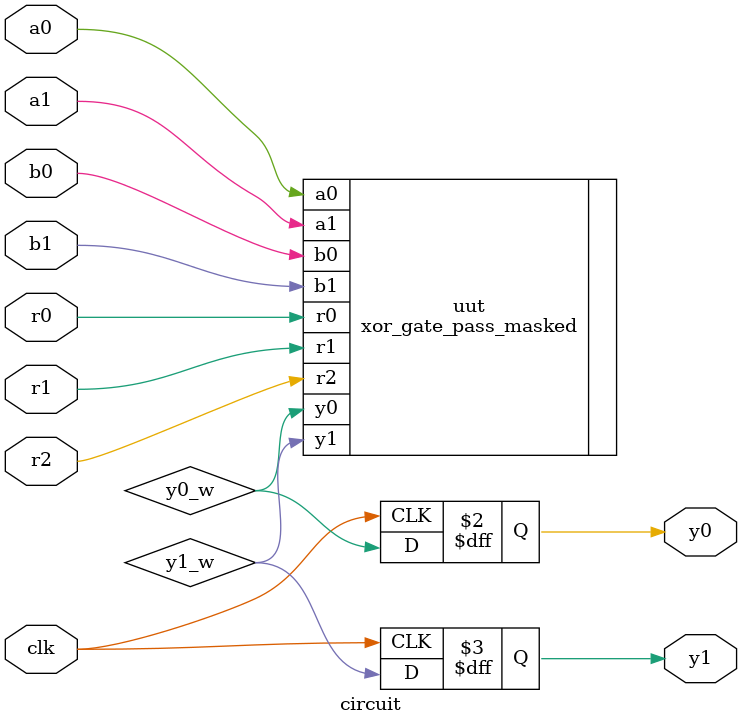
<source format=v>
module circuit (
    input  wire clk,

    input  wire a0,
    input  wire a1,
    input  wire b0,
    input  wire b1,

    input  wire r0,
    input  wire r1,
    input  wire r2,

    output reg  y0,
    output reg  y1
);

    wire y0_w;
    wire y1_w;

    xor_gate_pass_masked uut (
        .a0(a0),
        .a1(a1),
        .b0(b0),
        .b1(b1),
        .r0(r0),
        .r1(r1),
        .r2(r2),
        .y0(y0_w),
        .y1(y1_w)
    );

    always @(posedge clk) begin
        y0 <= y0_w;
        y1 <= y1_w;
    end

endmodule

</source>
